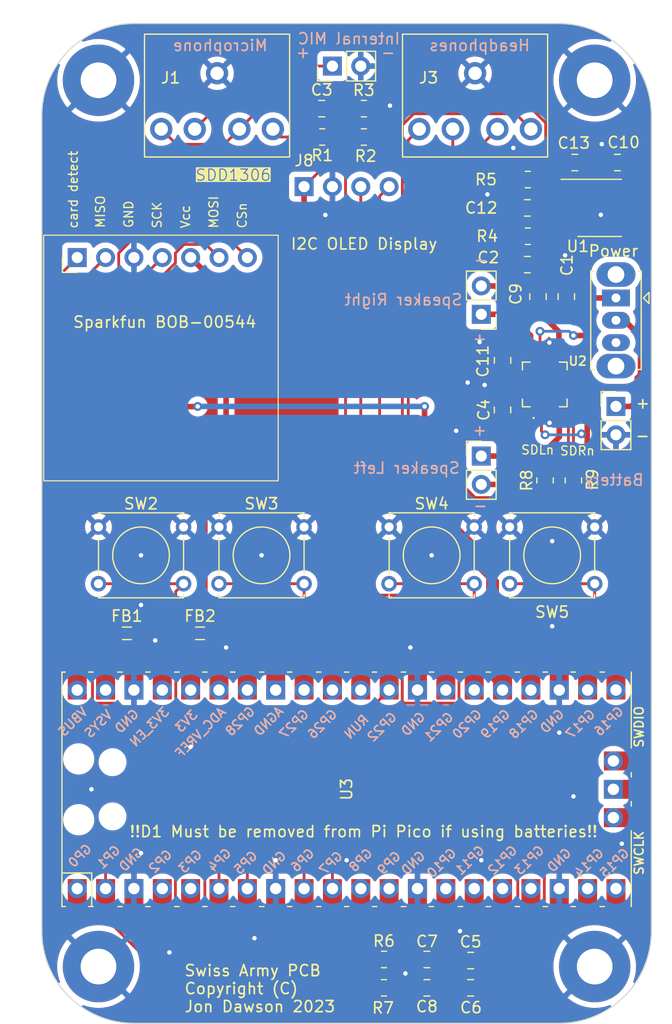
<source format=kicad_pcb>
(kicad_pcb (version 20221018) (generator pcbnew)
  (layers (0 "F.Cu" signal) (31 "B.Cu" signal) (34 "B.Paste" user) (35 "F.Paste" user) (36 "B.SilkS" user "B.Silkscreen") (37 "F.SilkS" user "F.Silkscreen") (38 "B.Mask" user) (39 "F.Mask" user) (44 "Edge.Cuts" user))
  (net 0 "")
  (net 1 "+5V")
  (net 2 "GND")
  (net 3 "Net-(U1A-+)")
  (net 4 "Net-(C3-Pad1)")
  (net 5 "Net-(U1A--)")
  (net 6 "MIC")
  (net 7 "RIGHT")
  (net 8 "Net-(C5-Pad2)")
  (net 9 "LEFT")
  (net 10 "Net-(C6-Pad2)")
  (net 11 "Net-(U2-INR-)")
  (net 12 "Net-(U2-INL-)")
  (net 13 "Net-(U3-VSYS)")
  (net 14 "Net-(U3-3V3)")
  (net 15 "Net-(J1-PadS)")
  (net 16 "Net-(J2-Pin_1)")
  (net 17 "Net-(J4-Pin_1)")
  (net 18 "Net-(J4-Pin_2)")
  (net 19 "Net-(J5-Pin_1)")
  (net 20 "Net-(J5-Pin_2)")
  (net 21 "/PI Pico/SPI_MISO")
  (net 22 "/PI Pico/SPI_SCK")
  (net 23 "/PI Pico/SPI_CSn")
  (net 24 "/PI Pico/SPI_MOSI")
  (net 28 "/PI Pico/SD_CARD")
  (net 32 "/PI Pico/SCL")
  (net 33 "/PI Pico/SDA")
  (net 34 "/PI Pico/BUTTON_A")
  (net 35 "/PI Pico/BUTTON_B")
  (net 36 "+3V3")
  (net 37 "Net-(J6-Pin_1)")
  (net 52 "/PI Pico/BUTTON_C")
  (net 53 "/PI Pico/BUTTON_D")
  (net 55 "Net-(C2-Pad1)")
  (net 56 "Net-(U2-INR+)")
  (net 57 "Net-(U2-INL+)")
  (net 58 "Net-(C5-Pad1)")
  (net 59 "Net-(C6-Pad1)")
  (net 60 "Net-(U2-~{SDL})")
  (net 61 "Net-(U2-~{SDR})")
  (footprint "Capacitor_SMD:C_0805_2012Metric" (layer "F.Cu") (at 134.83 184.15 180)
    (fp_text reference "C7")
    (fp_text value "470n")
  )
  (footprint "MountingHole:MountingHole_3.2mm_M3_Pad" (layer "F.Cu") (at 105.41 105.41)
    (fp_text reference "H2" hide)
    (fp_text value "MountingHole_Pad")
  )
  (footprint "Button_Switch_THT:SW_Tactile_Straight_KSA0Axx1LFTR" (layer "F.Cu") (at 105.41 145.415)
    (fp_text reference "SW2")
    (fp_text value "SW_Push")
  )
  (footprint "things:BOB-00544 MicroSD" (layer "F.Cu") (at 103.505 121.285 90)
    (fp_text reference "J7" hide)
    (fp_text value "Conn_01x07_Pin")
  )
  (footprint "Resistor_SMD:R_0805_2012Metric" (layer "F.Cu") (at 145.415 141.2475 90)
    (fp_text reference "R8")
    (fp_text value "100K")
  )
  (footprint "Capacitor_SMD:C_0805_2012Metric" (layer "F.Cu") (at 134.83 186.69 180)
    (fp_text reference "C8")
    (fp_text value "470n")
  )
  (footprint "Capacitor_SMD:C_0805_2012Metric" (layer "F.Cu") (at 143.83 121.92 180)
    (fp_text reference "C2")
    (fp_text value "10u")
  )
  (footprint "MountingHole:MountingHole_3.2mm_M3_Pad" (layer "F.Cu") (at 149.86 184.785)
    (fp_text reference "H4" hide)
    (fp_text value "MountingHole_Pad")
  )
  (footprint "Capacitor_SMD:C_0805_2012Metric" (layer "F.Cu") (at 125.41 107.95)
    (fp_text reference "C3")
    (fp_text value "100n")
  )
  (footprint "MountingHole:MountingHole_3.2mm_M3_Pad" (layer "F.Cu") (at 105.41 184.785)
    (fp_text reference "H3" hide)
    (fp_text value "MountingHole_Pad")
  )
  (footprint "Resistor_SMD:R_0805_2012Metric" (layer "F.Cu") (at 143.8675 119.38)
    (fp_text reference "R4")
    (fp_text value "1K")
  )
  (footprint "Resistor_SMD:R_0805_2012Metric" (layer "F.Cu") (at 130.9825 184.15)
    (fp_text reference "R6")
    (fp_text value "100" hide)
  )
  (footprint "Button_Switch_THT:SW_Tactile_Straight_KSA0Axx1LFTR" (layer "F.Cu") (at 116.205 145.415)
    (fp_text reference "SW3")
    (fp_text value "SW_Push")
  )
  (footprint "things:QFN50P400X400X80-21N270X270" (layer "F.Cu") (at 145.385 132.65 90)
    (fp_text reference "U2")
    (fp_text value "TPA2012D2RTJT")
  )
  (footprint "things:SDD1306" (layer "F.Cu") (at 127.635 114.935)
    (fp_text reference "J8")
    (fp_text value "I2C Display")
  )
  (footprint "things:jack3.5mm switched" (layer "F.Cu") (at 116.031 100.28)
    (fp_text reference "J1")
    (fp_text value "Microphone")
  )
  (footprint "Resistor_SMD:R_0805_2012Metric" (layer "F.Cu") (at 143.8675 114.3 180)
    (fp_text reference "R5")
    (fp_text value "100K")
  )
  (footprint "Capacitor_SMD:C_0805_2012Metric" (layer "F.Cu") (at 144.78 124.78 -90)
    (fp_text reference "C9")
    (fp_text value "1u")
  )
  (footprint "things:jack3.5mm switched" (layer "F.Cu") (at 139.145 100.28)
    (fp_text reference "J3")
    (fp_text value "Headphone")
  )
  (footprint "Connector_PinHeader_2.54mm:PinHeader_1x02_P2.54mm_Vertical" (layer "F.Cu") (at 151.765 134.62)
    (fp_text reference "J6" hide)
    (fp_text value "Battery")
  )
  (footprint "Inductor_SMD:L_0805_2012Metric" (layer "F.Cu") (at 114.5075 154.94)
    (fp_text reference "FB2")
    (fp_text value "Ferrite_Bead")
  )
  (footprint "Package_SO:SOIC-8_3.9x4.9mm_P1.27mm" (layer "F.Cu") (at 150.303 116.84)
    (fp_text reference "U1")
    (fp_text value "MCP6002-xSN")
  )
  (footprint "Resistor_SMD:R_0805_2012Metric" (layer "F.Cu") (at 129.1825 107.95)
    (fp_text reference "R3")
    (fp_text value "100K")
  )
  (footprint "Resistor_SMD:R_0805_2012Metric" (layer "F.Cu") (at 129.1825 110.49)
    (fp_text reference "R2")
    (fp_text value "100K")
  )
  (footprint "Capacitor_SMD:C_0805_2012Metric" (layer "F.Cu") (at 151.892 112.776 180)
    (fp_text reference "C10")
    (fp_text value "100n")
  )
  (footprint "Button_Switch_THT:SW_Tactile_Straight_KSA0Axx1LFTR" (layer "F.Cu") (at 142.24 145.415)
    (fp_text reference "SW5")
    (fp_text value "SW_Push")
  )
  (footprint "Resistor_SMD:R_0805_2012Metric" (layer "F.Cu") (at 125.4525 110.49 180)
    (fp_text reference "R1")
    (fp_text value "10K")
  )
  (footprint "Capacitor_SMD:C_0805_2012Metric" (layer "F.Cu") (at 138.745 184.245)
    (fp_text reference "C5")
    (fp_text value "1u")
  )
  (footprint "Connector_PinHeader_2.54mm:PinHeader_1x02_P2.54mm_Vertical" (layer "F.Cu") (at 139.7 126.37 180)
    (fp_text reference "J5" hide)
    (fp_text value "Speaker Right")
  )
  (footprint "things:RPi_Pico_SMD_TH" (layer "F.Cu") (at 127.635 168.91 90)
    (fp_text reference "U3")
    (fp_text value "Pico")
  )
  (footprint "MountingHole:MountingHole_3.2mm_M3_Pad" (layer "F.Cu") (at 149.86 105.41)
    (fp_text reference "H1" hide)
    (fp_text value "MountingHole_Pad")
  )
  (footprint "Button_Switch_THT:SW_Tactile_Straight_KSA0Axx1LFTR" (layer "F.Cu") (at 131.445 145.415)
    (fp_text reference "SW4")
    (fp_text value "SW_Push")
  )
  (footprint "Inductor_SMD:L_0805_2012Metric" (layer "F.Cu") (at 107.95 154.94)
    (fp_text reference "FB1")
    (fp_text value "Ferrite_Bead")
  )
  (footprint "Resistor_SMD:R_0805_2012Metric" (layer "F.Cu") (at 147.955 141.2475 90)
    (fp_text reference "R9")
    (fp_text value "100K")
  )
  (footprint "Capacitor_SMD:C_0805_2012Metric" (layer "F.Cu") (at 143.83 116.84 180)
    (fp_text reference "C12")
    (fp_text value "330p")
  )
  (footprint "Button_Switch_THT:SW_Slide_1P2T_CK_OS102011MS2Q" (layer "F.Cu") (at 151.765 124.905 -90)
    (fp_text reference "SW1" hide)
    (fp_text value "SW_SPDT")
  )
  (footprint "Capacitor_SMD:C_0805_2012Metric" (layer "F.Cu") (at 141.605 134.935 90)
    (fp_text reference "C4")
    (fp_text value "1u")
  )
  (footprint "Connector_PinHeader_2.54mm:PinHeader_1x02_P2.54mm_Vertical" (layer "F.Cu") (at 139.7 139.065)
    (fp_text reference "J4" hide)
    (fp_text value "Speaker Left")
  )
  (footprint "Resistor_SMD:R_0805_2012Metric" (layer "F.Cu") (at 130.9825 186.69)
    (fp_text reference "R7")
    (fp_text value "100" hide)
  )
  (footprint "Capacitor_SMD:C_0805_2012Metric" (layer "F.Cu") (at 147.32 124.78 -90)
    (fp_text reference "C1")
    (fp_text value "10u")
  )
  (footprint "Connector_PinHeader_2.54mm:PinHeader_1x02_P2.54mm_Vertical" (layer "F.Cu") (at 126.365 104.14 90)
    (fp_text reference "J2" hide)
    (fp_text value "Mic")
  )
  (footprint "Capacitor_SMD:C_0805_2012Metric" (layer "F.Cu") (at 138.745 186.69)
    (fp_text reference "C6")
    (fp_text value "1u" hide)
  )
  (footprint "Capacitor_SMD:C_0805_2012Metric" (layer "F.Cu") (at 148.082 112.776 180)
    (fp_text reference "C13")
    (fp_text value "100n")
  )
  (footprint "Capacitor_SMD:C_0805_2012Metric" (layer "F.Cu") (at 141.605 130.495 -90)
    (fp_text reference "C11")
    (fp_text value "1u")
  )
  (gr_poly (pts (arc (start 100.33 181.61) (mid 102.747834 187.447166) (end 108.585 189.865)) (arc (start 146.685 189.865) (mid 152.522166 187.447166) (end 154.94 181.61)) (arc (start 154.94 108.585) (mid 152.522166 102.747834) (end 146.685 100.33)) (arc (start 108.585 100.33) (mid 102.747834 102.747834) (end 100.33 108.585))) (stroke (width 0.1)) (fill none) (layer "Edge.Cuts"))
  (gr_text "-" (at 140.34 144.08) (layer "B.SilkS") (effects (font (size 1 1)) (justify left bottom mirror)))
  (gr_text "-" (at 140.39 122.08) (layer "B.SilkS") (effects (font (size 1 1)) (justify left bottom mirror)))
  (gr_text "Headphones" (at 144.145 102.87) (layer "B.SilkS") (effects (font (size 1 1)) (justify left bottom mirror)))
  (gr_text "Battery" (at 154.34 141.79) (layer "B.SilkS") (effects (font (size 1 1)) (justify left bottom mirror)))
  (gr_text "+" (at 124.46 103.505) (layer "B.SilkS") (effects (font (size 1 1)) (justify left bottom mirror)))
  (gr_text "+" (at 140.28 129.12) (layer "B.SilkS") (effects (font (size 1 1)) (justify left bottom mirror)))
  (gr_text "-" (at 132.08 103.505) (layer "B.SilkS") (effects (font (size 1 1)) (justify left bottom mirror)))
  (gr_text "Speaker Left" (at 137.86 140.72) (layer "B.SilkS") (effects (font (size 1 1)) (justify left bottom mirror)))
  (gr_text "Internal MIC" (at 132.51 102.27) (layer "B.SilkS") (effects (font (size 1 1)) (justify left bottom mirror)))
  (gr_text "Microphone" (at 120.65 102.87) (layer "B.SilkS") (effects (font (size 1 1)) (justify left bottom mirror)))
  (gr_text "+" (at 140.28 137.32) (layer "B.SilkS") (effects (font (size 1 1)) (justify left bottom mirror)))
  (gr_text "Speaker Right" (at 138.09 125.65) (layer "B.SilkS") (effects (font (size 1 1)) (justify left bottom mirror)))
  (gr_text "SDRn" (at 146.685 139.065) (layer "F.SilkS") (effects (font (size 0.8 0.8) (thickness 0.125)) (justify left bottom)))
  (gr_text "!!D1 Must be removed from Pi Pico if using batteries!!" (at 108.11 173.28) (layer "F.SilkS") (effects (font (size 1 1)) (justify left bottom)))
  (gr_text "SDLn" (at 143.2 138.98) (layer "F.SilkS") (effects (font (size 0.8 0.8) (thickness 0.125)) (justify left bottom)))
  (gr_text "card detect" (at 103.61 118.75 90) (layer "F.SilkS") (effects (font (size 0.8 0.8) (thickness 0.125)) (justify left bottom)))
  (gr_text "+" (at 153.45 134.9) (layer "F.SilkS") (effects (font (size 1 1)) (justify left bottom)))
  (gr_text "Sparkfun BOB-00544" (at 103.05 127.65) (layer "F.SilkS") (effects (font (size 1 1)) (justify left bottom)))
  (gr_text "Swiss Army PCB\nCopyright (C) \nJon Dawson 2023" (at 113.03 188.95) (layer "F.SilkS") (effects (font (size 1 1)) (justify left bottom)))
  (gr_text "-" (at 153.43 137.82) (layer "F.SilkS") (effects (font (size 1 1)) (justify left bottom)))
  (gr_text "Power" (at 149.225 121.285) (layer "F.SilkS") (effects (font (size 1 1)) (justify left bottom)))
  (gr_text "SCK" (at 111.125 118.745 90) (layer "F.SilkS") (effects (font (size 0.8 0.8) (thickness 0.125)) (justify left bottom)))
  (gr_text "MISO" (at 106.045 118.71 90) (layer "F.SilkS") (effects (font (size 0.8 0.8) (thickness 0.125)) (justify left bottom)))
  (gr_text "CSn" (at 118.745 118.745 90) (layer "F.SilkS") (effects (font (size 0.8 0.8) (thickness 0.125)) (justify left bottom)))
  (gr_text "GND" (at 108.585 118.71 90) (layer "F.SilkS") (effects (font (size 0.8 0.8) (thickness 0.125)) (justify left bottom)))
  (gr_text "Vcc" (at 113.665 118.745 90) (layer "F.SilkS") (effects (font (size 0.8 0.8) (thickness 0.125)) (justify left bottom)))
  (gr_text "I2C OLED Display" (at 122.555 120.65) (layer "F.SilkS") (effects (font (size 1 1)) (justify left bottom)))
  (gr_text "MOSI" (at 116.205 118.745 90) (layer "F.SilkS") (effects (font (size 0.8 0.8) (thickness 0.125)) (justify left bottom)))
  (segment (start 149.225 125.73) (end 149.225 124.905) (width 0.5) (layer "F.Cu") (net 1))
  (segment (start 145.415 142.16) (end 144.67 142.905) (width 0.5) (layer "F.Cu") (net 1))
  (segment (start 149.1925 137.16) (end 148.764561 137.16) (width 0.5) (layer "F.Cu") (net 1))
  (segment (start 149.1925 137.16) (end 149.1925 140.9225) (width 0.5) (layer "F.Cu") (net 1))
  (segment (start 144.96 129.085305) (end 144.96 127.89) (width 0.25) (layer "F.Cu") (net 1))
  (segment (start 103.505 137.675) (end 106.54 134.64) (width 0.5) (layer "F.Cu") (net 1))
  (segment (start 151.765 124.905) (end 149.225 124.905) (width 0.5) (layer "F.Cu") (net 1))
  (segment (start 149.1925 137.16) (end 149.1925 132.9175) (width 0.5) (layer "F.Cu") (net 1))
  (segment (start 149.1925 140.9225) (end 147.955 142.16) (width 0.5) (layer "F.Cu") (net 1))
  (segment (start 114.28 134.64) (end 114.3 134.62) (width 0.5) (layer "F.Cu") (net 1))
  (segment (start 149.225 128.27) (end 149.225 125.73) (width 0.5) (layer "F.Cu") (net 1))
  (segment (start 109.0125 154.94) (end 107.9625 153.89) (width 0.5) (layer "F.Cu") (net 1))
  (segment (start 145.385 135.442909) (end 145.090083 135.737826) (width 0.25) (layer "F.Cu") (net 1))
  (segment (start 145.385 130.68) (end 145.385 129.510305) (width 0.25) (layer "F.Cu") (net 1))
  (segment (start 103.505 153.035) (end 103.505 137.675) (width 0.5) (layer "F.Cu") (net 1))
  (segment (start 107.9625 153.89) (end 104.36 153.89) (width 0.5) (layer "F.Cu") (net 1))
  (segment (start 145.090083 136.835083) (end 145.415 137.16) (width 0.25) (layer "F.Cu") (net 1))
  (segment (start 149.1925 132.9175) (end 148.425 132.15) (width 0.5) (layer "F.Cu") (net 1))
  (segment (start 149.225 131.35) (end 148.425 132.15) (width 0.5) (layer "F.Cu") (net 1))
  (segment (start 149.225 128.27) (end 147.955 128.27) (width 0.5) (layer "F.Cu") (net 1))
  (segment (start 145.385 134.62) (end 145.385 135.442909) (width 0.25) (layer "F.Cu") (net 1))
  (segment (start 145.385 129.510305) (end 144.96 129.085305) (width 0.25) (layer "F.Cu") (net 1))
  (segment (start 104.36 153.89) (end 103.505 153.035) (width 0.5) (layer "F.Cu") (net 1))
  (segment (start 147.32 125.73) (end 149.225 125.73) (width 0.5) (layer "F.Cu") (net 1))
  (segment (start 147.355 132.15) (end 148.425 132.15) (width 0.25) (layer "F.Cu") (net 1))
  (segment (start 145.090083 135.737826) (end 145.090083 136.835083) (width 0.25) (layer "F.Cu") (net 1))
  (segment (start 144.67 142.905) (end 139.095 142.905) (width 0.5) (layer "F.Cu") (net 1))
  (segment (start 134.62 138.43) (end 134.62 134.62) (width 0.5) (layer "F.Cu") (net 1))
  (segment (start 139.095 142.905) (end 134.62 138.43) (width 0.5) (layer "F.Cu") (net 1))
  (segment (start 148.764561 137.16) (end 148.680193 137.075632) (width 0.5) (layer "F.Cu") (net 1))
  (segment (start 147.955 142.16) (end 145.415 142.16) (width 0.5) (layer "F.Cu") (net 1))
  (segment (start 144.78 125.73) (end 147.32 125.73) (width 0.5) (layer "F.Cu") (net 1))
  (segment (start 149.225 128.27) (end 149.225 131.35) (width 0.5) (layer "F.Cu") (net 1))
  (segment (start 106.54 134.64) (end 114.28 134.64) (width 0.5) (layer "F.Cu") (net 1))
  (via (at 144.96 127.89) (size 0.8) (drill 0.4) (layers "F.Cu" "B.Cu") (net 1))
  (via (at 134.62 134.62) (size 0.8) (drill 0.4) (layers "F.Cu" "B.Cu") (net 1))
  (via (at 145.415 137.16) (size 0.8) (drill 0.4) (layers "F.Cu" "B.Cu") (net 1))
  (via (at 147.955 128.27) (size 0.8) (drill 0.4) (layers "F.Cu" "B.Cu") (net 1))
  (via (at 148.680193 137.075632) (size 0.8) (drill 0.4) (layers "F.Cu" "B.Cu") (net 1))
  (via (at 114.3 134.62) (size 0.8) (drill 0.4) (layers "F.Cu" "B.Cu") (net 1))
  (segment (start 148.595825 137.16) (end 148.680193 137.075632) (width 0.25) (layer "B.Cu") (net 1))
  (segment (start 147.575 127.89) (end 147.955 128.27) (width 0.25) (layer "B.Cu") (net 1))
  (segment (start 134.62 134.62) (end 114.3 134.62) (width 0.5) (layer "B.Cu") (net 1))
  (segment (start 145.415 137.16) (end 148.595825 137.16) (width 0.25) (layer "B.Cu") (net 1))
  (segment (start 144.96 127.89) (end 147.575 127.89) (width 0.25) (layer "B.Cu") (net 1))
  (segment (start 143.306827 129.545) (end 141.605 129.545) (width 0.25) (layer "F.Cu") (net 2))
  (segment (start 140.05 132.65) (end 140 132.7) (width 0.25) (layer "F.Cu") (net 2))
  (segment (start 144.383604 130.306396) (end 144.068223 130.306396) (width 0.25) (layer "F.Cu") (net 2))
  (segment (start 126.365 116.84) (end 125.73 117.475) (width 0.25) (layer "F.Cu") (net 2))
  (segment (start 130.095 107.95) (end 130.15 107.95) (width 0.25) (layer "F.Cu") (net 2))
  (segment (start 141.605 135.885) (end 143.12 135.885) (width 0.25) (layer "F.Cu") (net 2))
  (segment (start 131.25 107.95) (end 131.52 107.68) (width 0.25) (layer "F.Cu") (net 2))
  (segment (start 133.985 160.02) (end 133.985 156.845) (width 0.25) (layer "F.Cu") (net 2))
  (segment (start 145.885 136.025) (end 145.82 136.09) (width 0.25) (layer "F.Cu") (net 2))
  (segment (start 145.885 130.68) (end 145.885 128.985) (width 0.25) (layer "F.Cu") (net 2))
  (segment (start 108.585 177.8) (end 108.585 179.705) (width 0.25) (layer "F.Cu") (net 2))
  (segment (start 143.12 135.885) (end 144.385 134.62) (width 0.25) (layer "F.Cu") (net 2))
  (segment (start 144.068223 130.306396) (end 143.306827 129.545) (width 0.25) (layer "F.Cu") (net 2))
  (segment (start 144.78 123.83) (end 147.32 123.83) (width 0.25) (layer "F.Cu") (net 2))
  (segment (start 145.885 128.985) (end 145.8 128.9) (width 0.25) (layer "F.Cu") (net 2))
  (segment (start 133.88 187.04) (end 133.88 185.92) (width 0.25) (layer "F.Cu") (net 2))
  (segment (start 133.88 186.38) (end 132.9 185.4) (width 0.25) (layer "F.Cu") (net 2))
  (segment (start 130.095 107.95) (end 131.25 107.95) (width 0.25) (layer "F.Cu") (net 2))
  (segment (start 144.385 130.307792) (end 144.383604 130.306396) (width 0.25) (layer "F.Cu") (net 2))
  (segment (start 130.15 107.95) (end 130.16 107.96) (width 0.25) (layer "F.Cu") (net 2))
  (segment (start 133.88 185.92) (end 133.88 184.595) (width 0.25) (layer "F.Cu") (net 2))
  (segment (start 133.985 156.845) (end 133.35 156.21) (width 0.25) (layer "F.Cu") (net 2))
  (segment (start 126.365 114.935) (end 126.365 116.84) (width 0.25) (layer "F.Cu") (net 2))
  (segment (start 133.88 186.69) (end 133.88 186.38) (width 0.25) (layer "F.Cu") (net 2))
  (segment (start 108.585 160.02) (end 108.585 158.115) (width 0.25) (layer "F.Cu") (net 2))
  (segment (start 143.415 132.65) (end 140.05 132.65) (width 0.25) (layer "F.Cu") (net 2))
  (segment (start 149.032 112.156771) (end 149.032 112.776) (width 0.25) (layer "F.Cu") (net 2))
  (segment (start 144.385 130.68) (end 144.385 130.307792) (width 0.25) (layer "F.Cu") (net 2))
  (segment (start 145.885 134.62) (end 145.885 136.025) (width 0.25) (layer "F.Cu") (net 2))
  (segment (start 150.942 112.776) (end 150.942 112.432) (width 0.25) (layer "F.Cu") (net 2))
  (via (at 146.05 154.305) (size 0.8) (drill 0.4) (layers "F.Cu" "B.Cu") (net 2))
  (via (at 131.52 107.68) (size 0.8) (drill 0.4) (layers "F.Cu" "B.Cu") (net 2))
  (via (at 152.29 173.78) (size 0.8) (drill 0.4) (layers "F.Cu" "B.Cu") (net 2))
  (via (at 111.76 183.515) (size 0.8) (drill 0.4) (layers "F.Cu" "B.Cu") (net 2))
  (via (at 138.48 132.48) (size 0.8) (drill 0.4) (layers "F.Cu" "B.Cu") (net 2))
  (via (at 147.21 121.09) (size 0.8) (drill 0.4) (layers "F.Cu" "B.Cu") (net 2))
  (via (at 121.285 175.26) (size 0.8) (drill 0.4) (layers "F.Cu" "B.Cu") (net 2))
  (via (at 133.35 156.21) (size 0.8) (drill 0.4) (layers "F.Cu" "B.Cu") (net 2))
  (via (at 145.82 136.09) (size 0.8) (drill 0.4) (layers "F.Cu" "B.Cu") (net 2))
  (via (at 110.49 155.575) (size 0.8) (drill 0.4) (layers "F.Cu" "B.Cu") (net 2))
  (via (at 116.84 156.21) (size 0.8) (drill 0.4) (layers "F.Cu" "B.Cu") (net 2))
  (via (at 125.73 117.475) (size 0.8) (drill 0.4) (layers "F.Cu" "B.Cu") (net 2))
  (via (at 140 132.7) (size 0.8) (drill 0.4) (layers "F.Cu" "B.Cu") (net 2))
  (via (at 109.22 147.955) (size 0.8) (drill 0.4) (layers "F.Cu" "B.Cu") (net 2))
  (via (at 132.9 185.4) (size 0.8) (drill 0.4) (layers "F.Cu" "B.Cu") (net 2))
  (via (at 145.8 128.9) (size 0.8) (drill 0.4) (layers "F.Cu" "B.Cu") (net 2))
  (via (at 150.495 111.125) (size 0.8) (drill 0.4) (layers "F.Cu" "B.Cu") (net 2))
  (via (at 120.015 147.955) (size 0.8) (drill 0.4) (layers "F.Cu" "B.Cu") (net 2))
  (via (at 142.57 111.47) (size 0.8) (drill 0.4) (layers "F.Cu" "B.Cu") (net 2))
  (via (at 135.255 147.955) (size 0.8) (drill 0.4) (layers "F.Cu" "B.Cu") (net 2))
  (via (at 127.635 175.26) (size 0.8) (drill 0.4) (layers "F.Cu" "B.Cu") (net 2))
  (via (at 113.665 165.1) (size 0.8) (drill 0.4) (layers "F.Cu" "B.Cu") (net 2))
  (via (at 140.25 115.63) (size 0.8) (drill 0.4) (layers "F.Cu" "B.Cu") (net 2))
  (via (at 146.05 146.685) (size 0.8) (drill 0.4) (layers "F.Cu" "B.Cu") (net 2))
  (via (at 146.685 163.83) (size 0.8) (drill 0.4) (layers "F.Cu" "B.Cu") (net 2))
  (via (at 139.55 128.85) (size 0.8) (drill 0.4) (layers "F.Cu" "B.Cu") (net 2))
  (via (at 147.955 169.545) (size 0.8) (drill 0.4) (layers "F.Cu" "B.Cu") (net 2))
  (via (at 137.45 136.8) (size 0.8) (drill 0.4) (layers "F.Cu" "B.Cu") (net 2))
  (via (at 119.38 182.245) (size 0.8) (drill 0.4) (layers "F.Cu" "B.Cu") (net 2))
  (via (at 150.41 117.46) (size 0.8) (drill 0.4) (layers "F.Cu" "B.Cu") (net 2))
  (via (at 109.22 152.4) (size 0.8) (drill 0.4) (layers "F.Cu" "B.Cu") (net 2))
  (via (at 139.7 175.26) (size 0.8) (drill 0.4) (layers "F.Cu" "B.Cu") (net 2))
  (via (at 137.795 181.61) (size 0.8) (drill 0.4) (layers "F.Cu" "B.Cu") (net 2))
  (via (at 104.775 168.91) (size 0.8) (drill 0.4) (layers "F.Cu" "B.Cu") (net 2))
  (via (at 109.22 174.625) (size 0.8) (drill 0.4) (layers "F.Cu" "B.Cu") (net 2))
  (segment (start 144.165229 107.29) (end 147.132 110.256771) (width 0.25) (layer "F.Cu") (net 3))
  (segment (start 148.204751 117.475) (end 149.128 116.551751) (width 0.25) (layer "F.Cu") (net 3))
  (segment (start 144.121229 107.271229) (end 144.14 107.29) (width 0.25) (layer "F.Cu") (net 3))
  (segment (start 147.132 110.256771) (end 147.132 112.776) (width 0.25) (layer "F.Cu") (net 3))
  (segment (start 149.128 114.558) (end 147.346 112.776) (width 0.25) (layer "F.Cu") (net 3))
  (segment (start 130.095 109.775) (end 130.095 110.49) (width 0.25) (layer "F.Cu") (net 3))
  (segment (start 147.828 117.475) (end 148.204751 117.475) (width 0.25) (layer "F.Cu") (net 3))
  (segment (start 128.27 107.95) (end 130.095 109.775) (width 0.25) (layer "F.Cu") (net 3))
  (segment (start 149.128 116.551751) (end 149.128 114.558) (width 0.25) (layer "F.Cu") (net 3))
  (segment (start 144.14 107.29) (end 144.165229 107.29) (width 0.25) (layer "F.Cu") (net 3))
  (segment (start 147.346 112.776) (end 147.132 112.776) (width 0.25) (layer "F.Cu") (net 3))
  (segment (start 126.36 107.95) (end 128.27 107.95) (width 0.25) (layer "F.Cu") (net 3))
  (segment (start 144.121229 107.246) (end 144.121229 107.271229) (width 0.25) (layer "F.Cu") (net 3))
  (segment (start 130.095 110.49) (end 133.339 107.246) (width 0.25) (layer "F.Cu") (net 3))
  (segment (start 133.339 107.246) (end 144.121229 107.246) (width 0.25) (layer "F.Cu") (net 3))
  (segment (start 119.861 107.95) (end 118.031 109.78) (width 0.25) (layer "F.Cu") (net 4))
  (segment (start 112.395 111.144) (end 111.031 109.78) (width 0.25) (layer "F.Cu") (net 4))
  (segment (start 116.667 111.144) (end 112.395 111.144) (width 0.25) (layer "F.Cu") (net 4))
  (segment (start 124.46 107.95) (end 119.861 107.95) (width 0.25) (layer "F.Cu") (net 4))
  (segment (start 118.031 109.78) (end 116.667 111.144) (width 0.25) (layer "F.Cu") (net 4))
  (segment (start 147.828 116.205) (end 145.415 116.205) (width 0.25) (layer "F.Cu") (net 5))
  (segment (start 144.78 116.84) (end 144.78 114.3) (width 0.25) (layer "F.Cu") (net 5))
  (segment (start 144.78 119.38) (end 144.78 116.84) (width 0.25) (layer "F.Cu") (net 5))
  (segment (start 145.415 116.205) (end 144.78 116.84) (width 0.25) (layer "F.Cu") (net 5))
  (segment (start 127.54 150.844) (end 127.54 113.874771) (width 0.25) (layer "F.Cu") (net 6))
  (segment (start 128.2145 151.5185) (end 132.7225 151.5185) (width 0.25) (layer "F.Cu") (net 6))
  (segment (start 137.7 161.195) (end 137.7 156.496) (width 0.25) (layer "F.Cu") (net 6))
  (segment (start 131.45 111.86) (end 129.554771 111.86) (width 0.25) (layer "F.Cu") (net 6))
  (segment (start 132.62 161.005) (end 132.81 161.195) (width 0.25) (layer "F.Cu") (net 6))
  (segment (start 142.88 116.84) (end 142.88 114.375) (width 0.25) (layer "F.Cu") (net 6))
  (segment (start 133.718771 107.696) (end 131.45 109.964771) (width 0.25) (layer "F.Cu") (net 6))
  (segment (start 126.365 158.41) (end 127.73 157.045) (width 0.25) (layer "F.Cu") (net 6))
  (segment (start 146.325 114.935) (end 147.828 114.935) (width 0.25) (layer "F.Cu") (net 6))
  (segment (start 132.81 161.195) (end 137.7 161.195) (width 0.25) (layer "F.Cu") (net 6))
  (segment (start 133.718771 107.696) (end 143.934833 107.696) (width 0.25) (layer "F.Cu") (net 6))
  (segment (start 143.934833 107.696) (end 145.47 109.231167) (width 0.25) (layer "F.Cu") (net 6))
  (segment (start 127.54 150.844) (end 128.2145 151.5185) (width 0.25) (layer "F.Cu") (net 6))
  (segment (start 132.62 157.045) (end 132.62 161.005) (width 0.25) (layer "F.Cu") (net 6))
  (segment (start 145.47 111.785) (end 145.97 112.285) (width 0.25) (layer "F.Cu") (net 6))
  (segment (start 127.73 157.045) (end 132.62 157.045) (width 0.25) (layer "F.Cu") (net 6))
  (segment (start 137.7 156.496) (end 132.7225 151.5185) (width 0.25) (layer "F.Cu") (net 6))
  (segment (start 131.45 109.964771) (end 131.45 111.86) (width 0.25) (layer "F.Cu") (net 6))
  (segment (start 145.97 114.58) (end 146.325 114.935) (width 0.25) (layer "F.Cu") (net 6))
  (segment (start 145.97 112.285) (end 145.97 114.58) (width 0.25) (layer "F.Cu") (net 6))
  (segment (start 145.47 109.231167) (end 145.47 111.785) (width 0.25) (layer "F.Cu") (net 6))
  (segment (start 142.88 114.375) (end 142.955 114.3) (width 0.25) (layer "F.Cu") (net 6))
  (segment (start 129.554771 111.86) (end 127.54 113.874771) (width 0.25) (layer "F.Cu") (net 6))
  (segment (start 142.955 114.3) (end 145.47 111.785) (width 0.25) (layer "F.Cu") (net 6))
  (segment (start 126.365 160.02) (end 126.365 158.41) (width 0.25) (layer "F.Cu") (net 6))
  (segment (start 112.3 173.26) (end 111.76 172.72) (width 0.25) (layer "F.Cu") (net 7))
  (segment (start 115.865 184.15) (end 112.3 180.585) (width 0.25) (layer "F.Cu") (net 7))
  (segment (start 106.68 172.72) (end 106.045 173.355) (width 0.25) (layer "F.Cu") (net 7))
  (segment (start 112.3 180.585) (end 112.3 173.26) (width 0.25) (layer "F.Cu") (net 7))
  (segment (start 130.07 184.15) (end 115.865 184.15) (width 0.25) (layer "F.Cu") (net 7))
  (segment (start 111.76 172.72) (end 106.68 172.72) (width 0.25) (layer "F.Cu") (net 7))
  (segment (start 106.045 173.355) (end 106.045 177.8) (width 0.25) (layer "F.Cu") (net 7))
  (segment (start 142.97 171.165) (end 153.3 160.835) (width 0.25) (layer "F.Cu") (net 8))
  (segment (start 150.98 148.47) (end 140.036156 148.47) (width 0.25) (layer "F.Cu") (net 8))
  (segment (start 153.3 160.835) (end 153.3 150.79) (width 0.25) (layer "F.Cu") (net 8))
  (segment (start 142.97 180.97) (end 142.97 171.165) (width 0.25) (layer "F.Cu") (net 8))
  (segment (start 142.775 108.41) (end 144.145 109.78) (width 0.25) (layer "F.Cu") (net 8))
  (segment (start 132.63 109.421167) (end 133.641167 108.41) (width 0.25) (layer "F.Cu") (net 8))
  (segment (start 140.036156 148.47) (end 132.63 141.063844) (width 0.25) (layer "F.Cu") (net 8))
  (segment (start 132.63 141.063844) (end 132.63 109.421167) (width 0.25) (layer "F.Cu") (net 8))
  (segment (start 153.3 150.79) (end 150.98 148.47) (width 0.25) (layer "F.Cu") (net 8))
  (segment (start 133.641167 108.41) (end 142.775 108.41) (width 0.25) (layer "F.Cu") (net 8))
  (segment (start 139.695 184.245) (end 142.97 180.97) (width 0.25) (layer "F.Cu") (net 8))
  (segment (start 112.300103 186.69) (end 106.385103 180.775) (width 0.25) (layer "F.Cu") (net 9))
  (segment (start 130.07 186.69) (end 112.300103 186.69) (width 0.25) (layer "F.Cu") (net 9))
  (segment (start 106.385103 180.775) (end 104.87 180.775) (width 0.25) (layer "F.Cu") (net 9))
  (segment (start 104.87 180.775) (end 103.505 179.41) (width 0.25) (layer "F.Cu") (net 9))
  (segment (start 103.505 179.41) (end 103.505 177.8) (width 0.25) (layer "F.Cu") (net 9))
  (segment (start 133.16 110.765) (end 133.16 140.957448) (width 0.25) (layer "F.Cu") (net 10))
  (segment (start 145.35 169.5) (end 145.35 181.001827) (width 0.25) (layer "F.Cu") (net 10))
  (segment (start 138.482552 146.28) (end 138.506396 146.28) (width 0.25) (layer "F.Cu") (net 10))
  (segment (start 133.16 140.957448) (end 138.482552 146.28) (width 0.25) (layer "F.Cu") (net 10))
  (segment (start 139.695 186.656827) (end 145.35 181.001827) (width 0.25) (layer "F.Cu") (net 10))
  (segment (start 153.75 150.603604) (end 153.75 151.623604) (width 0.25) (layer "F.Cu") (net 10))
  (segment (start 153.77 151.643604) (end 153.77 161.08) (width 0.25) (layer "F.Cu") (net 10))
  (segment (start 153.77 161.08) (end 145.35 169.5) (width 0.25) (layer "F.Cu") (net 10))
  (segment (start 140.246396 148.02) (end 151.166396 148.02) (width 0.25) (layer "F.Cu") (net 10))
  (segment (start 151.166396 148.02) (end 153.75 150.603604) (width 0.25) (layer "F.Cu") (net 10))
  (segment (start 138.506396 146.28) (end 140.246396 148.02) (width 0.25) (layer "F.Cu") (net 10))
  (segment (start 139.695 186.69) (end 139.695 186.656827) (width 0.25) (layer "F.Cu") (net 10))
  (segment (start 134.145 109.78) (end 133.16 110.765) (width 0.25) (layer "F.Cu") (net 10))
  (segment (start 153.75 151.623604) (end 153.77 151.643604) (width 0.25) (layer "F.Cu") (net 10))
  (segment (start 142.31 132.15) (end 141.605 131.445) (width 0.25) (layer "F.Cu") (net 11))
  (segment (start 143.415 132.15) (end 142.31 132.15) (width 0.25) (layer "F.Cu") (net 11))
  (segment (start 142.44 133.15) (end 141.605 133.985) (width 0.25) (layer "F.Cu") (net 12))
  (segment (start 143.415 133.15) (end 142.44 133.15) (width 0.25) (layer "F.Cu") (net 12))
  (segment (start 106.045 155.7825) (end 106.8875 154.94) (width 0.5) (layer "F.Cu") (net 13))
  (segment (start 106.045 160.02) (end 106.045 155.7825) (width 0.5) (layer "F.Cu") (net 13))
  (segment (start 113.665 155.16) (end 113.445 154.94) (width 0.5) (layer "F.Cu") (net 14))
  (segment (start 113.665 160.02) (end 113.665 155.16) (width 0.5) (layer "F.Cu") (net 14))
  (segment (start 124.54 110.49) (end 121.741 110.49) (width 0.25) (layer "F.Cu") (net 15))
  (segment (start 121.741 110.49) (end 121.031 109.78) (width 0.25) (layer "F.Cu") (net 15))
  (segment (start 114.031 109.78) (end 119.671 104.14) (width 0.25) (layer "F.Cu") (net 16))
  (segment (start 119.671 104.14) (end 126.365 104.14) (width 0.25) (layer "F.Cu") (net 16))
  (segment (start 144.885 135.128604) (end 144.145 135.868604) (width 0.25) (layer "F.Cu") (net 17))
  (segment (start 144.14 137.795) (end 144.14 135.895) (width 0.5) (layer "F.Cu") (net 17))
  (segment (start 144.145 135.868604) (end 144.145 135.89) (width 0.25) (layer "F.Cu") (net 17))
  (segment (start 144.14 135.895) (end 144.145 135.89) (width 0.5) (layer "F.Cu") (net 17))
  (segment (start 142.87 139.065) (end 139.7 139.065) (width 0.5) (layer "F.Cu") (net 17))
  (segment (start 144.885 134.62) (end 144.885 135.128604) (width 0.25) (layer "F.Cu") (net 17))
  (segment (start 144.14 137.795) (end 142.87 139.065) (width 0.5) (layer "F.Cu") (net 17))
  (segment (start 146.685 137.362551) (end 142.442551 141.605) (width 0.5) (layer "F.Cu") (net 18))
  (segment (start 142.442551 141.605) (end 139.7 141.605) (width 0.5) (layer "F.Cu") (net 18))
  (segment (start 146.385 134.62) (end 146.385 135.59) (width 0.25) (layer "F.Cu") (net 18))
  (segment (start 146.385 135.59) (end 146.685 135.89) (width 0.25) (layer "F.Cu") (net 18))
  (segment (start 146.685 135.89) (end 146.685 137.362551) (width 0.5) (layer "F.Cu") (net 18))
  (segment (start 144.885 130.171396) (end 144.253604 129.54) (width 0.25) (layer "F.Cu") (net 19))
  (segment (start 144.115 128.27) (end 142.215 126.37) (width 0.5) (layer "F.Cu") (net 19))
  (segment (start 144.115 128.27) (end 144.115 129.54) (width 0.5) (layer "F.Cu") (net 19))
  (segment (start 144.253604 129.54) (end 144.115 129.54) (width 0.25) (layer "F.Cu") (net 19))
  (segment (start 144.885 130.68) (end 144.885 130.171396) (width 0.25) (layer "F.Cu") (net 19))
  (segment (start 142.215 126.37) (end 139.7 126.37) (width 0.5) (layer "F.Cu") (net 19))
  (segment (start 143.825 126.68) (end 140.97 123.825) (width 0.5) (layer "F.Cu") (net 20))
  (segment (start 140.965 123.83) (end 139.7 123.83) (width 0.5) (layer "F.Cu") (net 20))
  (segment (start 146.655 127.92) (end 145.415 126.68) (width 0.5) (layer "F.Cu") (net 20))
  (segment (start 145.415 126.68) (end 143.825 126.68) (width 0.5) (layer "F.Cu") (net 20))
  (segment (start 146.655 129.54) (end 146.655 127.92) (width 0.5) (layer "F.Cu") (net 20))
  (segment (start 140.97 123.825) (end 140.965 123.83) (width 0.5) (layer "F.Cu") (net 20))
  (segment (start 146.385 130.68) (end 146.655 130.41) (width 0.25) (layer "F.Cu") (net 20))
  (segment (start 146.655 130.41) (end 146.655 129.54) (width 0.25) (layer "F.Cu") (net 20))
  (segment (start 116.205 173.359188) (end 105.390812 162.545) (width 0.25) (layer "F.Cu") (net 21))
  (segment (start 102.322208 162.545) (end 101.05 161.272792) (width 0.25) (layer "F.Cu") (net 21))
  (segment (start 101.05 126.28) (end 106.045 121.285) (width 0.25) (layer "F.Cu") (net 21))
  (segment (start 101.05 161.272792) (end 101.05 126.28) (width 0.25) (layer "F.Cu") (net 21))
  (segment (start 105.390812 162.545) (end 102.322208 162.545) (width 0.25) (layer "F.Cu") (net 21))
  (segment (start 116.205 177.8) (end 116.205 173.359188) (width 0.25) (layer "F.Cu") (net 21))
  (segment (start 105.763604 161.645) (end 117.023604 172.905) (width 0.25) (layer "F.Cu") (net 22))
  (segment (start 108.17 122.903604) (end 101.95 129.123604) (width 0.25) (layer "F.Cu") (net 22))
  (segment (start 101.95 129.123604) (end 101.95 160.815) (width 0.25) (layer "F.Cu") (net 22))
  (segment (start 102.78 161.645) (end 105.763604 161.645) (width 0.25) (layer "F.Cu") (net 22))
  (segment (start 123.825 173.353604) (end 123.825 177.8) (width 0.25) (layer "F.Cu") (net 22))
  (segment (start 109.506396 122.903604) (end 108.17 122.903604) (width 0.25) (layer "F.Cu") (net 22))
  (segment (start 123.376396 172.905) (end 123.825 173.353604) (width 0.25) (layer "F.Cu") (net 22))
  (segment (start 101.95 160.815) (end 102.78 161.645) (width 0.25) (layer "F.Cu") (net 22))
  (segment (start 111.125 121.285) (end 109.506396 122.903604) (width 0.25) (layer "F.Cu") (net 22))
  (segment (start 117.023604 172.905) (end 123.376396 172.905) (width 0.25) (layer "F.Cu") (net 22))
  (segment (start 101.5 128.937208) (end 107.22 123.217208) (width 0.25) (layer "F.Cu") (net 23))
  (segment (start 102.593604 162.095) (end 101.5 161.001396) (width 0.25) (layer "F.Cu") (net 23))
  (segment (start 105.577208 162.095) (end 118.745 175.262792) (width 0.25) (layer "F.Cu") (net 23))
  (segment (start 108.44 119.66) (end 117.12 119.66) (width 0.25) (layer "F.Cu") (net 23))
  (segment (start 107.22 120.88) (end 108.44 119.66) (width 0.25) (layer "F.Cu") (net 23))
  (segment (start 118.745 177.8) (end 118.745 175.262792) (width 0.25) (layer "F.Cu") (net 23))
  (segment (start 107.22 123.217208) (end 107.22 120.88) (width 0.25) (layer "F.Cu") (net 23))
  (segment (start 105.577208 162.095) (end 102.593604 162.095) (width 0.25) (layer "F.Cu") (net 23))
  (segment (start 101.5 161.001396) (end 101.5 128.937208) (width 0.25) (layer "F.Cu") (net 23))
  (segment (start 117.12 119.66) (end 118.745 121.285) (width 0.25) (layer "F.Cu") (net 23))
  (segment (start 124.832792 172.455) (end 118.482792 172.455) (width 0.25) (layer "F.Cu") (net 24))
  (segment (start 115.03 120.11) (end 116.205 121.285) (width 0.25) (layer "F.Cu") (net 24))
  (segment (start 102.51 155.6) (end 102.42 155.51) (width 0.25) (layer "F.Cu") (net 24))
  (segment (start 113.08 120.11) (end 115.03 120.11) (width 0.25) (layer "F.Cu") (net 24))
  (segment (start 118.482792 172.455) (end 107.222792 161.195) (width 0.25) (layer "F.Cu") (net 24))
  (segment (start 126.365 177.8) (end 126.365 173.987208) (width 0.25) (layer "F.Cu") (net 24))
  (segment (start 112.3 120.89) (end 113.08 120.11) (width 0.25) (layer "F.Cu") (net 24))
  (segment (start 104.87 157.18) (end 103.29 155.6) (width 0.25) (layer "F.Cu") (net 24))
  (segment (start 112.3 121.771701) (end 112.3 120.89) (width 0.25) (layer "F.Cu") (net 24))
  (segment (start 102.42 129.39) (end 104.681701 129.39) (width 0.25) (layer "F.Cu") (net 24))
  (segment (start 103.29 155.6) (end 102.51 155.6) (width 0.25) (layer "F.Cu") (net 24))
  (segment (start 102.42 155.51) (end 102.42 129.39) (width 0.25) (layer "F.Cu") (net 24))
  (segment (start 104.681701 129.39) (end 112.3 121.771701) (width 0.25) (layer "F.Cu") (net 24))
  (segment (start 126.365 173.987208) (end 124.832792 172.455) (width 0.25) (layer "F.Cu") (net 24))
  (segment (start 104.87 161.195) (end 104.87 157.18) (width 0.25) (layer "F.Cu") (net 24))
  (segment (start 107.222792 161.195) (end 104.87 161.195) (width 0.25) (layer "F.Cu") (net 24))
  (segment (start 114.614708 172.405292) (end 105.204416 162.995) (width 0.25) (layer "F.Cu") (net 28))
  (segment (start 128.905 181.61) (end 127 183.515) (width 0.25) (layer "F.Cu") (net 28))
  (segment (start 100.6 162.07) (end 100.6 124.19) (width 0.25) (layer "F.Cu") (net 28))
  (segment (start 127 183.515) (end 116.205 183.515) (width 0.25) (layer "F.Cu") (net 28))
  (segment (start 101.525 162.995) (end 100.6 162.07) (width 0.25) (layer "F.Cu") (net 28))
  (segment (start 105.204416 162.995) (end 101.525 162.995) (width 0.25) (layer "F.Cu") (net 28))
  (segment (start 128.905 177.8) (end 128.905 181.61) (width 0.25) (layer "F.Cu") (net 28))
  (segment (start 114.935 182.245) (end 114.935 172.725584) (width 0.25) (layer "F.Cu") (net 28))
  (segment (start 114.935 172.725584) (end 114.614708 172.405292) (width 0.25) (layer "F.Cu") (net 28))
  (segment (start 100.6 124.19) (end 103.505 121.285) (width 0.25) (layer "F.Cu") (net 28))
  (segment (start 116.205 183.515) (end 114.935 182.245) (width 0.25) (layer "F.Cu") (net 28))
  (segment (start 140.26 149.982792) (end 140.26 158.675) (width 0.25) (layer "F.Cu") (net 32))
  (segment (start 128.905 114.935) (end 128.905 138.627792) (width 0.25) (layer "F.Cu") (net 32))
  (segment (start 128.905 138.627792) (end 140.26 149.982792) (width 0.25) (layer "F.Cu") (net 32))
  (segment (start 140.26 158.675) (end 141.605 160.02) (width 0.25) (layer "F.Cu") (net 32))
  (segment (start 144.145 157.335) (end 141.16 154.35) (width 0.25) (layer "F.Cu") (net 33))
  (segment (start 130.595 139.66524) (end 130.595 115.785) (width 0.25) (layer "F.Cu") (net 33))
  (segment (start 130.595 115.785) (end 131.445 114.935) (width 0.25) (layer "F.Cu") (net 33))
  (segment (start 144.145 160.02) (end 144.145 157.335) (width 0.25) (layer "F.Cu") (net 33))
  (segment (start 141.16 150.23024) (end 130.595 139.66524) (width 0.25) (layer "F.Cu") (net 33))
  (segment (start 141.16 154.35) (end 141.16 150.23024) (width 0.25) (layer "F.Cu") (net 33))
  (segment (start 105.41 150.495) (end 113.03 150.495) (width 0.25) (layer "F.Cu") (net 34))
  (segment (start 112.3315 151.1935) (end 112.3315 161.2265) (width 0.25) (layer "F.Cu") (net 34))
  (segment (start 112.3315 161.2265) (end 113.03 161.925) (width 0.25) (layer "F.Cu") (net 34))
  (segment (start 113.03 150.495) (end 112.3315 151.1935) (width 0.25) (layer "F.Cu") (net 34))
  (segment (start 113.03 161.925) (end 129.54 161.925) (width 0.25) (layer "F.Cu") (net 34))
  (segment (start 129.54 161.925) (end 131.445 160.02) (width 0.25) (layer "F.Cu") (net 34))
  (segment (start 135.255 154.94) (end 125.095 154.94) (width 0.25) (layer "F.Cu") (net 35))
  (segment (start 136.525 160.02) (end 136.525 156.21) (width 0.25) (layer "F.Cu") (net 35))
  (segment (start 123.825 153.67) (end 123.825 150.495) (width 0.25) (layer "F.Cu") (net 35))
  (segment (start 116.205 150.495) (end 123.825 150.495) (width 0.25) (layer "F.Cu") (net 35))
  (segment (start 125.095 154.94) (end 123.825 153.67) (width 0.25) (layer "F.Cu") (net 35))
  (segment (start 136.525 156.21) (end 135.255 154.94) (width 0.25) (layer "F.Cu") (net 35))
  (segment (start 117.475 154.305) (end 117.475 153.67) (width 0.5) (layer "F.Cu") (net 36))
  (segment (start 116.84 153.035) (end 115.57 153.035) (width 0.5) (layer "F.Cu") (net 36))
  (segment (start 125.285 109.41) (end 126.365 110.49) (width 0.25) (layer "F.Cu") (net 36))
  (segment (start 126.365 112.395) (end 123.825 114.935) (width 0.25) (layer "F.Cu") (net 36))
  (segment (start 123.825 120.225) (end 123.825 114.935) (width 0.5) (layer "F.Cu") (net 36))
  (segment (start 144.191625 106.68) (end 126.091827 106.68) (width 0.25) (layer "F.Cu") (net 36))
  (segment (start 147.491625 109.98) (end 144.191625 106.68) (width 0.25) (layer "F.Cu") (net 36))
  (segment (start 115.57 123.19) (end 113.665 121.285) (width 0.5) (layer "F.Cu") (net 36))
  (segment (start 115.57 153.035) (end 114.935 152.4) (width 0.5) (layer "F.Cu") (net 36))
  (segment (start 114.935 152.4) (end 114.935 142.24) (width 0.5) (layer "F.Cu") (net 36))
  (segment (start 115.57 154.94) (end 116.84 154.94) (width 0.5) (layer "F.Cu") (net 36))
  (segment (start 126.091827 106.68) (end 125.285 107.486827) (width 0.25) (layer "F.Cu") (net 36))
  (segment (start 152.28 109.98) (end 147.491625 109.98) (width 0.25) (layer "F.Cu") (net 36))
  (segment (start 152.842 110.542) (end 152.28 109.98) (width 0.25) (layer "F.Cu") (net 36))
  (segment (start 114.935 142.24) (end 116.84 140.335) (width 0.5) (layer "F.Cu") (net 36))
  (segment (start 126.365 110.49) (end 126.365 112.395) (width 0.25) (layer "F.Cu") (net 36))
  (segment (start 116.84 140.335) (end 116.84 123.19) (width 0.5) (layer "F.Cu") (net 36))
  (segment (start 152.842 114.871) (end 152.778 114.935) (width 0.25) (layer "F.Cu") (net 36))
  (segment (start 116.84 123.19) (end 115.57 123.19) (width 0.5) (layer "F.Cu") (net 36))
  (segment (start 152.842 112.776) (end 152.842 110.542) (width 0.25) (layer "F.Cu") (net 36))
  (segment (start 116.84 154.94) (end 117.475 154.305) (width 0.5) (layer "F.Cu") (net 36))
  (segment (start 117.475 153.67) (end 116.84 153.035) (width 0.5) (layer "F.Cu") (net 36))
  (segment (start 125.285 107.486827) (end 125.285 109.41) (width 0.25) (layer "F.Cu") (net 36))
  (segment (start 120.86 123.19) (end 123.825 120.225) (width 0.5) (layer "F.Cu") (net 36))
  (segment (start 128.27 110.49) (end 126.365 110.49) (width 0.25) (layer "F.Cu") (net 36))
  (segment (start 152.842 112.776) (end 152.842 114.871) (width 0.25) (layer "F.Cu") (net 36))
  (segment (start 116.84 123.19) (end 120.86 123.19) (width 0.5) (layer "F.Cu") (net 36))
  (segment (start 151.765 134.62) (end 153.115 134.62) (width 0.5) (layer "F.Cu") (net 37))
  (segment (start 153.965 131.785) (end 153.965 128.355) (width 0.5) (layer "F.Cu") (net 37))
  (segment (start 153.965 128.355) (end 152.515 126.905) (width 0.5) (layer "F.Cu") (net 37))
  (segment (start 153.115 134.62) (end 153.67 134.065) (width 0.5) (layer "F.Cu") (net 37))
  (segment (start 153.67 134.065) (end 153.67 132.08) (width 0.5) (layer "F.Cu") (net 37))
  (segment (start 152.515 126.905) (end 151.765 126.905) (width 0.5) (layer "F.Cu") (net 37))
  (segment (start 153.67 132.08) (end 153.965 131.785) (width 0.5) (layer "F.Cu") (net 37))
  (segment (start 139.065 150.495) (end 131.445 150.495) (width 0.25) (layer "F.Cu") (net 52))
  (segment (start 139.065 160.02) (end 139.065 150.495) (width 0.25) (layer "F.Cu") (net 52))
  (segment (start 142.24 150.495) (end 149.86 150.495) (width 0.25) (layer "F.Cu") (net 53))
  (segment (start 149.86 154.94) (end 149.225 155.575) (width 0.25) (layer "F.Cu") (net 53))
  (segment (start 149.86 150.495) (end 149.86 154.94) (width 0.25) (layer "F.Cu") (net 53))
  (segment (start 149.225 155.575) (end 149.225 160.02) (width 0.25) (layer "F.Cu") (net 53))
  (segment (start 144.78 121.92) (end 144.78 121.205) (width 0.25) (layer "F.Cu") (net 55))
  (segment (start 144.78 121.205) (end 142.955 119.38) (width 0.25) (layer "F.Cu") (net 55))
  (segment (start 142.92 130.52) (end 143.415 131.015) (width 0.25) (layer "F.Cu") (net 56))
  (segment (start 141.145 109.78) (end 137.6 113.325) (width 0.25) (layer "F.Cu") (net 56))
  (segment (start 143.415 131.015) (end 143.415 131.65) (width 0.25) (layer "F.Cu") (net 56))
  (segment (start 137.6 113.325) (end 137.6 129.54) (width 0.25) (layer "F.Cu") (net 56))
  (segment (start 138.58 130.52) (end 142.92 130.52) (width 0.25) (layer "F.Cu") (net 56))
  (segment (start 137.6 129.54) (end 138.58 130.52) (width 0.25) (layer "F.Cu") (net 56))
  (segment (start 137.16 131.078173) (end 137.145 131.063173) (width 0.25) (layer "F.Cu") (net 57))
  (segment (start 142.068173 135.06) (end 138.235 135.06) (width 0.25) (layer "F.Cu") (net 57))
  (segment (start 143.415 133.713173) (end 142.068173 135.06) (width 0.25) (layer "F.Cu") (net 57))
  (segment (start 137.145 131.063173) (end 137.145 109.78) (width 0.25) (layer "F.Cu") (net 57))
  (segment (start 143.415 133.65) (end 143.415 133.713173) (width 0.25) (layer "F.Cu") (net 57))
  (segment (start 138.235 135.06) (end 137.16 133.985) (width 0.25) (layer "F.Cu") (net 57))
  (segment (start 137.16 133.985) (end 137.16 131.078173) (width 0.25) (layer "F.Cu") (net 57))
  (segment (start 135.78 182.84) (end 135.24 182.3) (width 0.25) (layer "F.Cu") (net 58))
  (segment (start 131.895 182.595) (end 131.895 184.15) (width 0.25) (layer "F.Cu") (net 58))
  (segment (start 135.78 184.15) (end 135.78 182.84) (width 0.25) (layer "F.Cu") (net 58))
  (segment (start 132.19 182.3) (end 131.895 182.595) (width 0.25) (layer "F.Cu") (net 58))
  (segment (start 135.24 182.3) (end 132.19 182.3) (width 0.25) (layer "F.Cu") (net 58))
  (segment (start 135.78 184.15) (end 137.7 184.15) (width 0.25) (layer "F.Cu") (net 58))
  (segment (start 137.7 184.15) (end 137.795 184.245) (width 0.25) (layer "F.Cu") (net 58))
  (segment (start 131.895 187.615) (end 132.7 188.42) (width 0.25) (layer "F.Cu") (net 59))
  (segment (start 131.895 186.69) (end 131.895 187.615) (width 0.25) (layer "F.Cu") (net 59))
  (segment (start 135.78 186.69) (end 137.795 186.69) (width 0.25) (layer "F.Cu") (net 59))
  (segment (start 135.11 188.42) (end 135.78 187.75) (width 0.25) (layer "F.Cu") (net 59))
  (segment (start 135.11 188.42) (end 132.7 188.42) (width 0.25) (layer "F.Cu") (net 59))
  (segment (start 135.78 187.75) (end 135.78 186.69) (width 0.25) (layer "F.Cu") (net 59))
  (segment (start 147.768604 134.17) (end 147.84005 134.17) (width 0.25) (layer "F.Cu") (net 60))
  (segment (start 147.505 134.433604) (end 147.768604 134.17) (width 0.25) (layer "F.Cu") (net 60))
  (segment (start 145.415 140.335) (end 147.505 138.245) (width 0.25) (layer "F.Cu") (net 60))
  (segment (start 147.505 138.245) (end 147.505 134.433604) (width 0.25) (layer "F.Cu") (net 60))
  (segment (start 148.1 133.91005) (end 148.1 133.38995) (width 0.25) (layer "F.Cu") (net 60))
  (segment (start 147.84005 134.17) (end 148.1 133.91005) (width 0.25) (layer "F.Cu") (net 60))
  (segment (start 147.86005 133.15) (end 147.355 133.15) (width 0.25) (layer "F.Cu") (net 60))
  (segment (start 148.1 133.38995) (end 147.86005 133.15) (width 0.25) (layer "F.Cu") (net 60))
  (segment (start 148.026446 134.62) (end 148.59 134.056446) (width 0.25) (layer "F.Cu") (net 61))
  (segment (start 147.996446 132.65) (end 147.355 132.65) (width 0.25) (layer "F.Cu") (net 61))
  (segment (start 148.59 133.243554) (end 147.996446 132.65) (width 0.25) (layer "F.Cu") (net 61))
  (segment (start 148.59 134.056446) (end 148.59 133.243554) (width 0.25) (layer "F.Cu") (net 61))
  (segment (start 147.955 134.62) (end 148.026446 134.62) (width 0.25) (layer "F.Cu") (net 61))
  (segment (start 147.955 140.335) (end 147.955 134.62) (width 0.25) (layer "F.Cu") (net 61))
  (zone locked (net 2) (net_name "GND") (layers "F&B.Cu") (connect_pads (clearance 0.5)) (min_thickness 0.25) (fill yes (thermal_gap 0.5) (thermal_bridge_width 0.5))
    (polygon (pts (xy 121.92 100.33) (xy 154.94 100.33) (xy 154.94 189.865) (xy 100.33 189.865) (xy 100.33 100.33) (xy 110.49 100.33) (xy 111.76 100.33) (xy 116.205 100.33)))
  )
)
</source>
